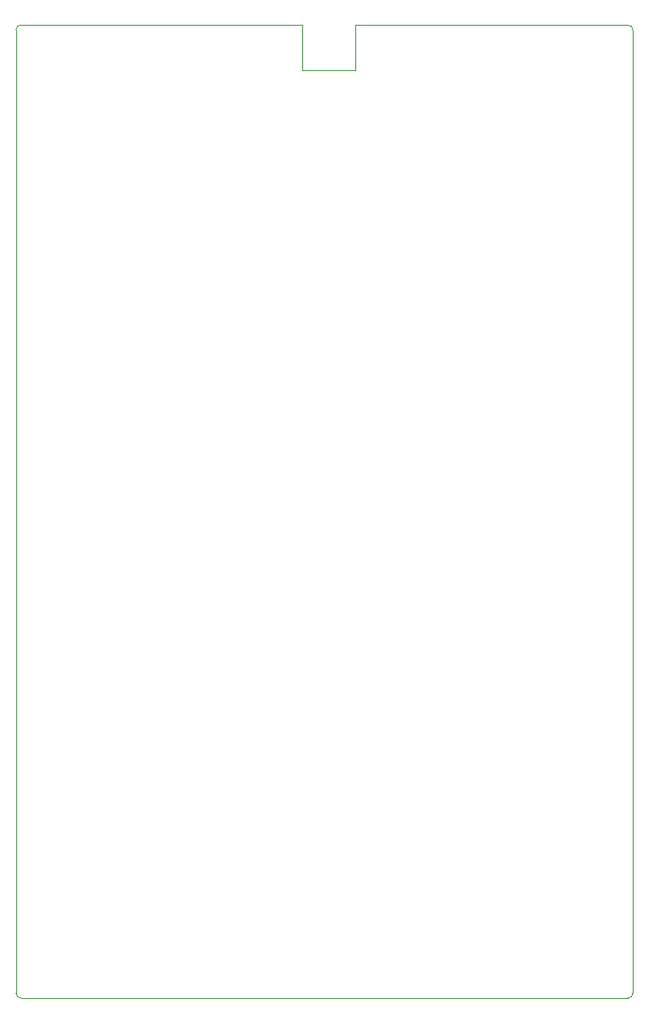
<source format=gbr>
%TF.GenerationSoftware,KiCad,Pcbnew,7.0.10*%
%TF.CreationDate,2024-05-30T01:56:09-07:00*%
%TF.ProjectId,APRL,4150524c-2e6b-4696-9361-645f70636258,rev?*%
%TF.SameCoordinates,Original*%
%TF.FileFunction,Profile,NP*%
%FSLAX46Y46*%
G04 Gerber Fmt 4.6, Leading zero omitted, Abs format (unit mm)*
G04 Created by KiCad (PCBNEW 7.0.10) date 2024-05-30 01:56:09*
%MOMM*%
%LPD*%
G01*
G04 APERTURE LIST*
%TA.AperFunction,Profile*%
%ADD10C,0.100000*%
%TD*%
G04 APERTURE END LIST*
D10*
X176750000Y-49000000D02*
G75*
G03*
X176250000Y-48500000I-500000J0D01*
G01*
X149350000Y-48500000D02*
X149350000Y-53000000D01*
X116250000Y-48500000D02*
G75*
G03*
X115750000Y-49000000I0J-500000D01*
G01*
X149350000Y-53000000D02*
X144100000Y-53000000D01*
X176750000Y-49000000D02*
X176750000Y-144250000D01*
X116250000Y-144750000D02*
X176250000Y-144750000D01*
X115750000Y-144250000D02*
G75*
G03*
X116250000Y-144750000I500000J0D01*
G01*
X115750000Y-144250000D02*
X115750000Y-49000000D01*
X149350000Y-48500000D02*
X176250000Y-48500000D01*
X144100000Y-53000000D02*
X144100000Y-48500000D01*
X116250000Y-48500000D02*
X144100000Y-48500000D01*
X176250000Y-144750000D02*
G75*
G03*
X176750000Y-144250000I0J500000D01*
G01*
M02*

</source>
